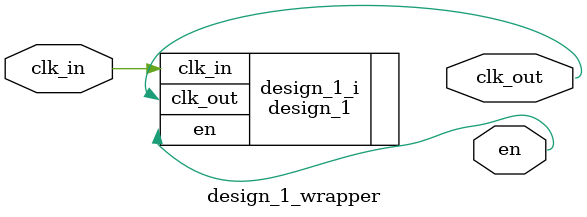
<source format=v>
`timescale 1 ps / 1 ps

module design_1_wrapper
   (clk_in,
    clk_out,
    en);
  input clk_in;
  output clk_out;
  output [0:0]en;

  wire clk_in;
  wire clk_out;
  wire [0:0]en;

  design_1 design_1_i
       (.clk_in(clk_in),
        .clk_out(clk_out),
        .en(en));
endmodule

</source>
